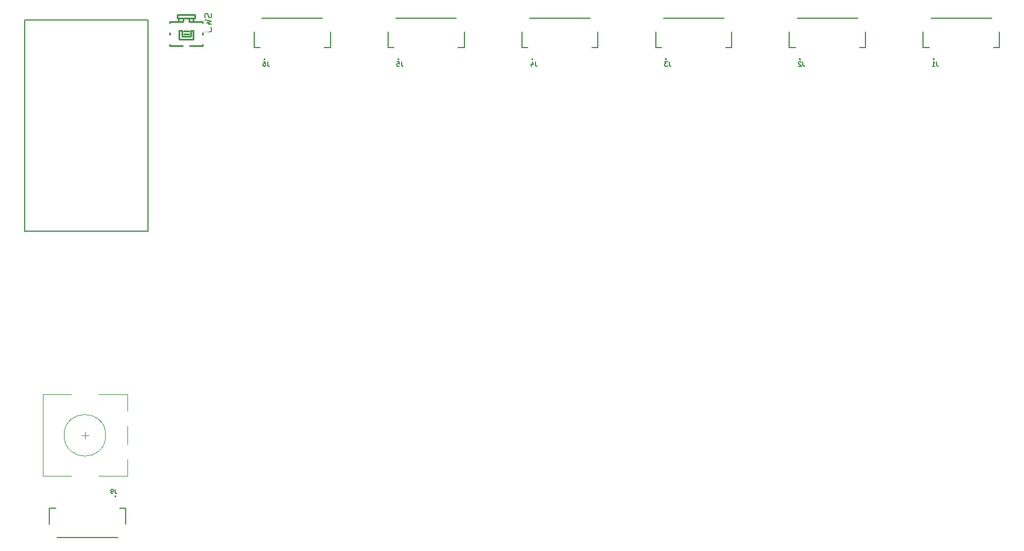
<source format=gbo>
G04 #@! TF.GenerationSoftware,KiCad,Pcbnew,7.0.8*
G04 #@! TF.CreationDate,2023-10-16T23:51:03-07:00*
G04 #@! TF.ProjectId,Seismos_CoreR,53656973-6d6f-4735-9f43-6f7265522e6b,rev?*
G04 #@! TF.SameCoordinates,Original*
G04 #@! TF.FileFunction,Legend,Bot*
G04 #@! TF.FilePolarity,Positive*
%FSLAX46Y46*%
G04 Gerber Fmt 4.6, Leading zero omitted, Abs format (unit mm)*
G04 Created by KiCad (PCBNEW 7.0.8) date 2023-10-16 23:51:03*
%MOMM*%
%LPD*%
G01*
G04 APERTURE LIST*
G04 Aperture macros list*
%AMFreePoly0*
4,1,6,0.600000,0.200000,0.000000,-0.400000,-0.600000,0.200000,-0.600000,0.400000,0.600000,0.400000,0.600000,0.200000,0.600000,0.200000,$1*%
%AMFreePoly1*
4,1,6,0.600000,-0.250000,-0.600000,-0.250000,-0.600000,1.000000,0.000000,0.400000,0.600000,1.000000,0.600000,-0.250000,0.600000,-0.250000,$1*%
G04 Aperture macros list end*
%ADD10C,0.150000*%
%ADD11C,0.120000*%
%ADD12C,0.127000*%
%ADD13C,0.200000*%
%ADD14C,0.254000*%
%ADD15C,0.250000*%
%ADD16C,0.100000*%
%ADD17C,3.200000*%
%ADD18C,2.000000*%
%ADD19R,3.200000X2.000000*%
%ADD20C,1.200000*%
%ADD21O,2.500000X1.700000*%
%ADD22R,1.700000X1.700000*%
%ADD23O,1.700000X1.700000*%
%ADD24C,0.900000*%
%ADD25C,1.400000*%
%ADD26C,1.600000*%
%ADD27R,1.600000X1.600000*%
%ADD28FreePoly0,270.000000*%
%ADD29FreePoly0,90.000000*%
%ADD30FreePoly1,90.000000*%
%ADD31FreePoly1,270.000000*%
%ADD32R,0.600000X1.550000*%
%ADD33R,1.200000X1.800000*%
%ADD34R,1.550000X1.000000*%
G04 APERTURE END LIST*
D10*
X67445332Y-27054676D02*
X67445332Y-27511819D01*
X67445332Y-27511819D02*
X67475809Y-27603247D01*
X67475809Y-27603247D02*
X67536761Y-27664200D01*
X67536761Y-27664200D02*
X67628190Y-27694676D01*
X67628190Y-27694676D02*
X67689142Y-27694676D01*
X66866285Y-27054676D02*
X66988190Y-27054676D01*
X66988190Y-27054676D02*
X67049142Y-27085152D01*
X67049142Y-27085152D02*
X67079618Y-27115628D01*
X67079618Y-27115628D02*
X67140571Y-27207057D01*
X67140571Y-27207057D02*
X67171047Y-27328961D01*
X67171047Y-27328961D02*
X67171047Y-27572771D01*
X67171047Y-27572771D02*
X67140571Y-27633723D01*
X67140571Y-27633723D02*
X67110094Y-27664200D01*
X67110094Y-27664200D02*
X67049142Y-27694676D01*
X67049142Y-27694676D02*
X66927237Y-27694676D01*
X66927237Y-27694676D02*
X66866285Y-27664200D01*
X66866285Y-27664200D02*
X66835809Y-27633723D01*
X66835809Y-27633723D02*
X66805332Y-27572771D01*
X66805332Y-27572771D02*
X66805332Y-27420390D01*
X66805332Y-27420390D02*
X66835809Y-27359438D01*
X66835809Y-27359438D02*
X66866285Y-27328961D01*
X66866285Y-27328961D02*
X66927237Y-27298485D01*
X66927237Y-27298485D02*
X67049142Y-27298485D01*
X67049142Y-27298485D02*
X67110094Y-27328961D01*
X67110094Y-27328961D02*
X67140571Y-27359438D01*
X67140571Y-27359438D02*
X67171047Y-27420390D01*
X86745332Y-27054676D02*
X86745332Y-27511819D01*
X86745332Y-27511819D02*
X86775809Y-27603247D01*
X86775809Y-27603247D02*
X86836761Y-27664200D01*
X86836761Y-27664200D02*
X86928190Y-27694676D01*
X86928190Y-27694676D02*
X86989142Y-27694676D01*
X86135809Y-27054676D02*
X86440571Y-27054676D01*
X86440571Y-27054676D02*
X86471047Y-27359438D01*
X86471047Y-27359438D02*
X86440571Y-27328961D01*
X86440571Y-27328961D02*
X86379618Y-27298485D01*
X86379618Y-27298485D02*
X86227237Y-27298485D01*
X86227237Y-27298485D02*
X86166285Y-27328961D01*
X86166285Y-27328961D02*
X86135809Y-27359438D01*
X86135809Y-27359438D02*
X86105332Y-27420390D01*
X86105332Y-27420390D02*
X86105332Y-27572771D01*
X86105332Y-27572771D02*
X86135809Y-27633723D01*
X86135809Y-27633723D02*
X86166285Y-27664200D01*
X86166285Y-27664200D02*
X86227237Y-27694676D01*
X86227237Y-27694676D02*
X86379618Y-27694676D01*
X86379618Y-27694676D02*
X86440571Y-27664200D01*
X86440571Y-27664200D02*
X86471047Y-27633723D01*
X59326700Y-20093673D02*
X59374319Y-20236530D01*
X59374319Y-20236530D02*
X59374319Y-20474625D01*
X59374319Y-20474625D02*
X59326700Y-20569863D01*
X59326700Y-20569863D02*
X59279080Y-20617482D01*
X59279080Y-20617482D02*
X59183842Y-20665101D01*
X59183842Y-20665101D02*
X59088604Y-20665101D01*
X59088604Y-20665101D02*
X58993366Y-20617482D01*
X58993366Y-20617482D02*
X58945747Y-20569863D01*
X58945747Y-20569863D02*
X58898128Y-20474625D01*
X58898128Y-20474625D02*
X58850509Y-20284149D01*
X58850509Y-20284149D02*
X58802890Y-20188911D01*
X58802890Y-20188911D02*
X58755271Y-20141292D01*
X58755271Y-20141292D02*
X58660033Y-20093673D01*
X58660033Y-20093673D02*
X58564795Y-20093673D01*
X58564795Y-20093673D02*
X58469557Y-20141292D01*
X58469557Y-20141292D02*
X58421938Y-20188911D01*
X58421938Y-20188911D02*
X58374319Y-20284149D01*
X58374319Y-20284149D02*
X58374319Y-20522244D01*
X58374319Y-20522244D02*
X58421938Y-20665101D01*
X58374319Y-20998435D02*
X59374319Y-21236530D01*
X59374319Y-21236530D02*
X58660033Y-21427006D01*
X58660033Y-21427006D02*
X59374319Y-21617482D01*
X59374319Y-21617482D02*
X58374319Y-21855578D01*
X58374319Y-22141292D02*
X58374319Y-22760339D01*
X58374319Y-22760339D02*
X58755271Y-22427006D01*
X58755271Y-22427006D02*
X58755271Y-22569863D01*
X58755271Y-22569863D02*
X58802890Y-22665101D01*
X58802890Y-22665101D02*
X58850509Y-22712720D01*
X58850509Y-22712720D02*
X58945747Y-22760339D01*
X58945747Y-22760339D02*
X59183842Y-22760339D01*
X59183842Y-22760339D02*
X59279080Y-22712720D01*
X59279080Y-22712720D02*
X59326700Y-22665101D01*
X59326700Y-22665101D02*
X59374319Y-22569863D01*
X59374319Y-22569863D02*
X59374319Y-22284149D01*
X59374319Y-22284149D02*
X59326700Y-22188911D01*
X59326700Y-22188911D02*
X59279080Y-22141292D01*
X45481332Y-88741876D02*
X45481332Y-89199019D01*
X45481332Y-89199019D02*
X45511809Y-89290447D01*
X45511809Y-89290447D02*
X45572761Y-89351400D01*
X45572761Y-89351400D02*
X45664190Y-89381876D01*
X45664190Y-89381876D02*
X45725142Y-89381876D01*
X45146094Y-89381876D02*
X45024190Y-89381876D01*
X45024190Y-89381876D02*
X44963237Y-89351400D01*
X44963237Y-89351400D02*
X44932761Y-89320923D01*
X44932761Y-89320923D02*
X44871809Y-89229495D01*
X44871809Y-89229495D02*
X44841332Y-89107590D01*
X44841332Y-89107590D02*
X44841332Y-88863780D01*
X44841332Y-88863780D02*
X44871809Y-88802828D01*
X44871809Y-88802828D02*
X44902285Y-88772352D01*
X44902285Y-88772352D02*
X44963237Y-88741876D01*
X44963237Y-88741876D02*
X45085142Y-88741876D01*
X45085142Y-88741876D02*
X45146094Y-88772352D01*
X45146094Y-88772352D02*
X45176571Y-88802828D01*
X45176571Y-88802828D02*
X45207047Y-88863780D01*
X45207047Y-88863780D02*
X45207047Y-89016161D01*
X45207047Y-89016161D02*
X45176571Y-89077114D01*
X45176571Y-89077114D02*
X45146094Y-89107590D01*
X45146094Y-89107590D02*
X45085142Y-89138066D01*
X45085142Y-89138066D02*
X44963237Y-89138066D01*
X44963237Y-89138066D02*
X44902285Y-89107590D01*
X44902285Y-89107590D02*
X44871809Y-89077114D01*
X44871809Y-89077114D02*
X44841332Y-89016161D01*
X163945332Y-27054676D02*
X163945332Y-27511819D01*
X163945332Y-27511819D02*
X163975809Y-27603247D01*
X163975809Y-27603247D02*
X164036761Y-27664200D01*
X164036761Y-27664200D02*
X164128190Y-27694676D01*
X164128190Y-27694676D02*
X164189142Y-27694676D01*
X163305332Y-27694676D02*
X163671047Y-27694676D01*
X163488190Y-27694676D02*
X163488190Y-27054676D01*
X163488190Y-27054676D02*
X163549142Y-27146104D01*
X163549142Y-27146104D02*
X163610094Y-27207057D01*
X163610094Y-27207057D02*
X163671047Y-27237533D01*
X125345332Y-27054676D02*
X125345332Y-27511819D01*
X125345332Y-27511819D02*
X125375809Y-27603247D01*
X125375809Y-27603247D02*
X125436761Y-27664200D01*
X125436761Y-27664200D02*
X125528190Y-27694676D01*
X125528190Y-27694676D02*
X125589142Y-27694676D01*
X125101523Y-27054676D02*
X124705332Y-27054676D01*
X124705332Y-27054676D02*
X124918666Y-27298485D01*
X124918666Y-27298485D02*
X124827237Y-27298485D01*
X124827237Y-27298485D02*
X124766285Y-27328961D01*
X124766285Y-27328961D02*
X124735809Y-27359438D01*
X124735809Y-27359438D02*
X124705332Y-27420390D01*
X124705332Y-27420390D02*
X124705332Y-27572771D01*
X124705332Y-27572771D02*
X124735809Y-27633723D01*
X124735809Y-27633723D02*
X124766285Y-27664200D01*
X124766285Y-27664200D02*
X124827237Y-27694676D01*
X124827237Y-27694676D02*
X125010094Y-27694676D01*
X125010094Y-27694676D02*
X125071047Y-27664200D01*
X125071047Y-27664200D02*
X125101523Y-27633723D01*
X106045332Y-27054676D02*
X106045332Y-27511819D01*
X106045332Y-27511819D02*
X106075809Y-27603247D01*
X106075809Y-27603247D02*
X106136761Y-27664200D01*
X106136761Y-27664200D02*
X106228190Y-27694676D01*
X106228190Y-27694676D02*
X106289142Y-27694676D01*
X105466285Y-27268009D02*
X105466285Y-27694676D01*
X105618666Y-27024200D02*
X105771047Y-27481342D01*
X105771047Y-27481342D02*
X105374856Y-27481342D01*
X144645332Y-27054676D02*
X144645332Y-27511819D01*
X144645332Y-27511819D02*
X144675809Y-27603247D01*
X144675809Y-27603247D02*
X144736761Y-27664200D01*
X144736761Y-27664200D02*
X144828190Y-27694676D01*
X144828190Y-27694676D02*
X144889142Y-27694676D01*
X144371047Y-27115628D02*
X144340571Y-27085152D01*
X144340571Y-27085152D02*
X144279618Y-27054676D01*
X144279618Y-27054676D02*
X144127237Y-27054676D01*
X144127237Y-27054676D02*
X144066285Y-27085152D01*
X144066285Y-27085152D02*
X144035809Y-27115628D01*
X144035809Y-27115628D02*
X144005332Y-27176580D01*
X144005332Y-27176580D02*
X144005332Y-27237533D01*
X144005332Y-27237533D02*
X144035809Y-27328961D01*
X144035809Y-27328961D02*
X144401523Y-27694676D01*
X144401523Y-27694676D02*
X144005332Y-27694676D01*
D11*
X35010000Y-75060000D02*
X35010000Y-86860000D01*
X39110000Y-75060000D02*
X35010000Y-75060000D01*
X39110000Y-86860000D02*
X35010000Y-86860000D01*
X40610000Y-80960000D02*
X41610000Y-80960000D01*
X41110000Y-80460000D02*
X41110000Y-81460000D01*
X43110000Y-75060000D02*
X47210000Y-75060000D01*
X47210000Y-75060000D02*
X47210000Y-77460000D01*
X47210000Y-79660000D02*
X47210000Y-82260000D01*
X47210000Y-84460000D02*
X47210000Y-86860000D01*
X47210000Y-86860000D02*
X43110000Y-86860000D01*
X44110000Y-80960000D02*
G75*
G03*
X44110000Y-80960000I-3000000J0D01*
G01*
D10*
X50240000Y-21016000D02*
X50240000Y-51496000D01*
X32460000Y-21016000D02*
X50240000Y-21016000D01*
X32460000Y-21016000D02*
X32460000Y-51496000D01*
X50240000Y-51496000D02*
X32460000Y-51496000D01*
D12*
X65500000Y-25050000D02*
X65500000Y-22720000D01*
X66380000Y-25050000D02*
X65500000Y-25050000D01*
X66610000Y-20800000D02*
X75390000Y-20800000D01*
X75620000Y-25050000D02*
X76500000Y-25050000D01*
X76500000Y-25050000D02*
X76500000Y-22720000D01*
D13*
X67100000Y-26700000D02*
G75*
G03*
X67100000Y-26700000I-100000J0D01*
G01*
D12*
X84800000Y-25050000D02*
X84800000Y-22720000D01*
X85680000Y-25050000D02*
X84800000Y-25050000D01*
X85910000Y-20800000D02*
X94690000Y-20800000D01*
X94920000Y-25050000D02*
X95800000Y-25050000D01*
X95800000Y-25050000D02*
X95800000Y-22720000D01*
D13*
X86400000Y-26700000D02*
G75*
G03*
X86400000Y-26700000I-100000J0D01*
G01*
D14*
X53362500Y-24799500D02*
X53362500Y-24630500D01*
X55173500Y-24799500D02*
X53426500Y-24799500D01*
X58062500Y-24799500D02*
X56251500Y-24799500D01*
X58062500Y-24630500D02*
X58062500Y-24799500D01*
X54696500Y-23811500D02*
X56728500Y-23811500D01*
X56728500Y-23811500D02*
X56728500Y-22541500D01*
X55077500Y-23430500D02*
X56347500Y-23430500D01*
X56347500Y-23430500D02*
X56347500Y-22541500D01*
X53362500Y-23168500D02*
X53362500Y-22930500D01*
X55331500Y-23049500D02*
X56093500Y-23049500D01*
X58062500Y-22930500D02*
X58062500Y-23168500D01*
X55331500Y-22668500D02*
X56093500Y-22668500D01*
X54696500Y-22541500D02*
X54696500Y-23811500D01*
X54696500Y-22541500D02*
X55077500Y-22541500D01*
X55077500Y-22541500D02*
X55077500Y-23430500D01*
X56347500Y-22541500D02*
X56728500Y-22541500D01*
X53362500Y-21468500D02*
X53362500Y-21299500D01*
X55173500Y-21299500D02*
X53362500Y-21299500D01*
X58062500Y-21299500D02*
X58062500Y-21468500D01*
X58062500Y-21299500D02*
X56251500Y-21299500D01*
X54412500Y-20763500D02*
X57012500Y-20763500D01*
X54621500Y-20763500D02*
X54621500Y-21299500D01*
X55283500Y-20763500D02*
X55283500Y-21299500D01*
X56138500Y-20763500D02*
X56138500Y-21299500D01*
X56706500Y-20763500D02*
X56706500Y-21299500D01*
X54412500Y-20299500D02*
X54412500Y-20763500D01*
X54412500Y-20299500D02*
X57012500Y-20299500D01*
X57012500Y-20299500D02*
X57012500Y-20763500D01*
D12*
X47000000Y-91450000D02*
X47000000Y-93780000D01*
X46120000Y-91450000D02*
X47000000Y-91450000D01*
X45890000Y-95700000D02*
X37110000Y-95700000D01*
X36880000Y-91450000D02*
X36000000Y-91450000D01*
X36000000Y-91450000D02*
X36000000Y-93780000D01*
D13*
X45600000Y-89800000D02*
G75*
G03*
X45600000Y-89800000I-100000J0D01*
G01*
D12*
X162000000Y-25050000D02*
X162000000Y-22720000D01*
X162880000Y-25050000D02*
X162000000Y-25050000D01*
X163110000Y-20800000D02*
X171890000Y-20800000D01*
X172120000Y-25050000D02*
X173000000Y-25050000D01*
X173000000Y-25050000D02*
X173000000Y-22720000D01*
D13*
X163600000Y-26700000D02*
G75*
G03*
X163600000Y-26700000I-100000J0D01*
G01*
D12*
X123400000Y-25050000D02*
X123400000Y-22720000D01*
X124280000Y-25050000D02*
X123400000Y-25050000D01*
X124510000Y-20800000D02*
X133290000Y-20800000D01*
X133520000Y-25050000D02*
X134400000Y-25050000D01*
X134400000Y-25050000D02*
X134400000Y-22720000D01*
D13*
X125000000Y-26700000D02*
G75*
G03*
X125000000Y-26700000I-100000J0D01*
G01*
D12*
X104100000Y-25050000D02*
X104100000Y-22720000D01*
X104980000Y-25050000D02*
X104100000Y-25050000D01*
X105210000Y-20800000D02*
X113990000Y-20800000D01*
X114220000Y-25050000D02*
X115100000Y-25050000D01*
X115100000Y-25050000D02*
X115100000Y-22720000D01*
D13*
X105700000Y-26700000D02*
G75*
G03*
X105700000Y-26700000I-100000J0D01*
G01*
D12*
X142700000Y-25050000D02*
X142700000Y-22720000D01*
X143580000Y-25050000D02*
X142700000Y-25050000D01*
X143810000Y-20800000D02*
X152590000Y-20800000D01*
X152820000Y-25050000D02*
X153700000Y-25050000D01*
X153700000Y-25050000D02*
X153700000Y-22720000D01*
D13*
X144300000Y-26700000D02*
G75*
G03*
X144300000Y-26700000I-100000J0D01*
G01*
%LPC*%
D15*
X42237000Y-22286000D02*
G75*
G03*
X42237000Y-22286000I-125000J0D01*
G01*
X40713000Y-22286000D02*
G75*
G03*
X40713000Y-22286000I-125000J0D01*
G01*
X42237000Y-24826000D02*
G75*
G03*
X42237000Y-24826000I-125000J0D01*
G01*
X40713000Y-24826000D02*
G75*
G03*
X40713000Y-24826000I-125000J0D01*
G01*
X42237000Y-27366000D02*
G75*
G03*
X42237000Y-27366000I-125000J0D01*
G01*
X40713000Y-27366000D02*
G75*
G03*
X40713000Y-27366000I-125000J0D01*
G01*
X42237000Y-29906000D02*
G75*
G03*
X42237000Y-29906000I-125000J0D01*
G01*
X40713000Y-29906000D02*
G75*
G03*
X40713000Y-29906000I-125000J0D01*
G01*
X42237000Y-32446000D02*
G75*
G03*
X42237000Y-32446000I-125000J0D01*
G01*
X40713000Y-32446000D02*
G75*
G03*
X40713000Y-32446000I-125000J0D01*
G01*
X42237000Y-34986000D02*
G75*
G03*
X42237000Y-34986000I-125000J0D01*
G01*
X40713000Y-34986000D02*
G75*
G03*
X40713000Y-34986000I-125000J0D01*
G01*
X42237000Y-37526000D02*
G75*
G03*
X42237000Y-37526000I-125000J0D01*
G01*
X40713000Y-37526000D02*
G75*
G03*
X40713000Y-37526000I-125000J0D01*
G01*
X42237000Y-40066000D02*
G75*
G03*
X42237000Y-40066000I-125000J0D01*
G01*
X40713000Y-40066000D02*
G75*
G03*
X40713000Y-40066000I-125000J0D01*
G01*
X42237000Y-42606000D02*
G75*
G03*
X42237000Y-42606000I-125000J0D01*
G01*
X40713000Y-42606000D02*
G75*
G03*
X40713000Y-42606000I-125000J0D01*
G01*
X42237000Y-45146000D02*
G75*
G03*
X42237000Y-45146000I-125000J0D01*
G01*
X40713000Y-45146000D02*
G75*
G03*
X40713000Y-45146000I-125000J0D01*
G01*
X42237000Y-47686000D02*
G75*
G03*
X42237000Y-47686000I-125000J0D01*
G01*
X40713000Y-47686000D02*
G75*
G03*
X40713000Y-47686000I-125000J0D01*
G01*
X42237000Y-50226000D02*
G75*
G03*
X42237000Y-50226000I-125000J0D01*
G01*
X40713000Y-50226000D02*
G75*
G03*
X40713000Y-50226000I-125000J0D01*
G01*
D16*
X36270000Y-22794000D02*
X35254000Y-22794000D01*
X35254000Y-21778000D01*
X36270000Y-21778000D01*
X36270000Y-22794000D01*
G36*
X36270000Y-22794000D02*
G01*
X35254000Y-22794000D01*
X35254000Y-21778000D01*
X36270000Y-21778000D01*
X36270000Y-22794000D01*
G37*
X47446000Y-22794000D02*
X46430000Y-22794000D01*
X46430000Y-21778000D01*
X47446000Y-21778000D01*
X47446000Y-22794000D01*
G36*
X47446000Y-22794000D02*
G01*
X46430000Y-22794000D01*
X46430000Y-21778000D01*
X47446000Y-21778000D01*
X47446000Y-22794000D01*
G37*
X36270000Y-25334000D02*
X35254000Y-25334000D01*
X35254000Y-24318000D01*
X36270000Y-24318000D01*
X36270000Y-25334000D01*
G36*
X36270000Y-25334000D02*
G01*
X35254000Y-25334000D01*
X35254000Y-24318000D01*
X36270000Y-24318000D01*
X36270000Y-25334000D01*
G37*
X47446000Y-25334000D02*
X46430000Y-25334000D01*
X46430000Y-24318000D01*
X47446000Y-24318000D01*
X47446000Y-25334000D01*
G36*
X47446000Y-25334000D02*
G01*
X46430000Y-25334000D01*
X46430000Y-24318000D01*
X47446000Y-24318000D01*
X47446000Y-25334000D01*
G37*
X36270000Y-27874000D02*
X35254000Y-27874000D01*
X35254000Y-26858000D01*
X36270000Y-26858000D01*
X36270000Y-27874000D01*
G36*
X36270000Y-27874000D02*
G01*
X35254000Y-27874000D01*
X35254000Y-26858000D01*
X36270000Y-26858000D01*
X36270000Y-27874000D01*
G37*
X47446000Y-27874000D02*
X46430000Y-27874000D01*
X46430000Y-26858000D01*
X47446000Y-26858000D01*
X47446000Y-27874000D01*
G36*
X47446000Y-27874000D02*
G01*
X46430000Y-27874000D01*
X46430000Y-26858000D01*
X47446000Y-26858000D01*
X47446000Y-27874000D01*
G37*
X36270000Y-30414000D02*
X35254000Y-30414000D01*
X35254000Y-29398000D01*
X36270000Y-29398000D01*
X36270000Y-30414000D01*
G36*
X36270000Y-30414000D02*
G01*
X35254000Y-30414000D01*
X35254000Y-29398000D01*
X36270000Y-29398000D01*
X36270000Y-30414000D01*
G37*
X47446000Y-30414000D02*
X46430000Y-30414000D01*
X46430000Y-29398000D01*
X47446000Y-29398000D01*
X47446000Y-30414000D01*
G36*
X47446000Y-30414000D02*
G01*
X46430000Y-30414000D01*
X46430000Y-29398000D01*
X47446000Y-29398000D01*
X47446000Y-30414000D01*
G37*
X36270000Y-32954000D02*
X35254000Y-32954000D01*
X35254000Y-31938000D01*
X36270000Y-31938000D01*
X36270000Y-32954000D01*
G36*
X36270000Y-32954000D02*
G01*
X35254000Y-32954000D01*
X35254000Y-31938000D01*
X36270000Y-31938000D01*
X36270000Y-32954000D01*
G37*
X47446000Y-32954000D02*
X46430000Y-32954000D01*
X46430000Y-31938000D01*
X47446000Y-31938000D01*
X47446000Y-32954000D01*
G36*
X47446000Y-32954000D02*
G01*
X46430000Y-32954000D01*
X46430000Y-31938000D01*
X47446000Y-31938000D01*
X47446000Y-32954000D01*
G37*
X36270000Y-35494000D02*
X35254000Y-35494000D01*
X35254000Y-34478000D01*
X36270000Y-34478000D01*
X36270000Y-35494000D01*
G36*
X36270000Y-35494000D02*
G01*
X35254000Y-35494000D01*
X35254000Y-34478000D01*
X36270000Y-34478000D01*
X36270000Y-35494000D01*
G37*
X47446000Y-35494000D02*
X46430000Y-35494000D01*
X46430000Y-34478000D01*
X47446000Y-34478000D01*
X47446000Y-35494000D01*
G36*
X47446000Y-35494000D02*
G01*
X46430000Y-35494000D01*
X46430000Y-34478000D01*
X47446000Y-34478000D01*
X47446000Y-35494000D01*
G37*
X36270000Y-38034000D02*
X35254000Y-38034000D01*
X35254000Y-37018000D01*
X36270000Y-37018000D01*
X36270000Y-38034000D01*
G36*
X36270000Y-38034000D02*
G01*
X35254000Y-38034000D01*
X35254000Y-37018000D01*
X36270000Y-37018000D01*
X36270000Y-38034000D01*
G37*
X47446000Y-38034000D02*
X46430000Y-38034000D01*
X46430000Y-37018000D01*
X47446000Y-37018000D01*
X47446000Y-38034000D01*
G36*
X47446000Y-38034000D02*
G01*
X46430000Y-38034000D01*
X46430000Y-37018000D01*
X47446000Y-37018000D01*
X47446000Y-38034000D01*
G37*
X36270000Y-40574000D02*
X35254000Y-40574000D01*
X35254000Y-39558000D01*
X36270000Y-39558000D01*
X36270000Y-40574000D01*
G36*
X36270000Y-40574000D02*
G01*
X35254000Y-40574000D01*
X35254000Y-39558000D01*
X36270000Y-39558000D01*
X36270000Y-40574000D01*
G37*
X47446000Y-40574000D02*
X46430000Y-40574000D01*
X46430000Y-39558000D01*
X47446000Y-39558000D01*
X47446000Y-40574000D01*
G36*
X47446000Y-40574000D02*
G01*
X46430000Y-40574000D01*
X46430000Y-39558000D01*
X47446000Y-39558000D01*
X47446000Y-40574000D01*
G37*
X36270000Y-43114000D02*
X35254000Y-43114000D01*
X35254000Y-42098000D01*
X36270000Y-42098000D01*
X36270000Y-43114000D01*
G36*
X36270000Y-43114000D02*
G01*
X35254000Y-43114000D01*
X35254000Y-42098000D01*
X36270000Y-42098000D01*
X36270000Y-43114000D01*
G37*
X47446000Y-43114000D02*
X46430000Y-43114000D01*
X46430000Y-42098000D01*
X47446000Y-42098000D01*
X47446000Y-43114000D01*
G36*
X47446000Y-43114000D02*
G01*
X46430000Y-43114000D01*
X46430000Y-42098000D01*
X47446000Y-42098000D01*
X47446000Y-43114000D01*
G37*
X36270000Y-45654000D02*
X35254000Y-45654000D01*
X35254000Y-44638000D01*
X36270000Y-44638000D01*
X36270000Y-45654000D01*
G36*
X36270000Y-45654000D02*
G01*
X35254000Y-45654000D01*
X35254000Y-44638000D01*
X36270000Y-44638000D01*
X36270000Y-45654000D01*
G37*
X47446000Y-45654000D02*
X46430000Y-45654000D01*
X46430000Y-44638000D01*
X47446000Y-44638000D01*
X47446000Y-45654000D01*
G36*
X47446000Y-45654000D02*
G01*
X46430000Y-45654000D01*
X46430000Y-44638000D01*
X47446000Y-44638000D01*
X47446000Y-45654000D01*
G37*
X36270000Y-48194000D02*
X35254000Y-48194000D01*
X35254000Y-47178000D01*
X36270000Y-47178000D01*
X36270000Y-48194000D01*
G36*
X36270000Y-48194000D02*
G01*
X35254000Y-48194000D01*
X35254000Y-47178000D01*
X36270000Y-47178000D01*
X36270000Y-48194000D01*
G37*
X47446000Y-48194000D02*
X46430000Y-48194000D01*
X46430000Y-47178000D01*
X47446000Y-47178000D01*
X47446000Y-48194000D01*
G36*
X47446000Y-48194000D02*
G01*
X46430000Y-48194000D01*
X46430000Y-47178000D01*
X47446000Y-47178000D01*
X47446000Y-48194000D01*
G37*
X36270000Y-50734000D02*
X35254000Y-50734000D01*
X35254000Y-49718000D01*
X36270000Y-49718000D01*
X36270000Y-50734000D01*
G36*
X36270000Y-50734000D02*
G01*
X35254000Y-50734000D01*
X35254000Y-49718000D01*
X36270000Y-49718000D01*
X36270000Y-50734000D01*
G37*
X47446000Y-50734000D02*
X46430000Y-50734000D01*
X46430000Y-49718000D01*
X47446000Y-49718000D01*
X47446000Y-50734000D01*
G36*
X47446000Y-50734000D02*
G01*
X46430000Y-50734000D01*
X46430000Y-49718000D01*
X47446000Y-49718000D01*
X47446000Y-50734000D01*
G37*
D17*
X51000000Y-64750000D03*
D18*
X33610000Y-78460000D03*
X33610000Y-83460000D03*
X33610000Y-80960000D03*
D19*
X41110000Y-75360000D03*
X41110000Y-86560000D03*
D18*
X48110000Y-83460000D03*
X48110000Y-78460000D03*
D20*
X33670000Y-70775000D03*
X40670000Y-70775000D03*
X33670000Y-69025000D03*
X40670000Y-69025000D03*
D21*
X42470000Y-66925000D03*
X38470000Y-66925000D03*
X35470000Y-66925000D03*
X43470000Y-71125000D03*
D22*
X36284000Y-53766000D03*
D23*
X38824000Y-53766000D03*
X41364000Y-53766000D03*
X43904000Y-53766000D03*
X46444000Y-53766000D03*
D24*
X32200000Y-58632000D03*
X32200000Y-61632000D03*
D25*
X38949500Y-60632000D03*
X38949500Y-58632000D03*
D17*
X80800000Y-25000000D03*
D26*
X48970000Y-22286000D03*
D27*
X48970000Y-22286000D03*
D28*
X47192000Y-22286000D03*
D29*
X35508000Y-22286000D03*
D26*
X33730000Y-22286000D03*
X48970000Y-24826000D03*
D28*
X47192000Y-24826000D03*
D29*
X35508000Y-24826000D03*
D26*
X33730000Y-24826000D03*
X48970000Y-27366000D03*
D28*
X47192000Y-27366000D03*
D29*
X35508000Y-27366000D03*
D26*
X33730000Y-27366000D03*
X48970000Y-29906000D03*
D28*
X47192000Y-29906000D03*
D29*
X35508000Y-29906000D03*
D26*
X33730000Y-29906000D03*
X48970000Y-32446000D03*
D28*
X47192000Y-32446000D03*
D29*
X35508000Y-32446000D03*
D26*
X33730000Y-32446000D03*
X48970000Y-34986000D03*
D28*
X47192000Y-34986000D03*
D29*
X35508000Y-34986000D03*
D26*
X33730000Y-34986000D03*
X48970000Y-37526000D03*
D28*
X47192000Y-37526000D03*
D29*
X35508000Y-37526000D03*
D26*
X33730000Y-37526000D03*
X48970000Y-40066000D03*
D28*
X47192000Y-40066000D03*
D29*
X35508000Y-40066000D03*
D26*
X33730000Y-40066000D03*
X48970000Y-42606000D03*
D28*
X47192000Y-42606000D03*
D29*
X35508000Y-42606000D03*
D26*
X33730000Y-42606000D03*
X48970000Y-45146000D03*
D28*
X47192000Y-45146000D03*
D29*
X35508000Y-45146000D03*
D26*
X33730000Y-45146000D03*
X48970000Y-47686000D03*
D28*
X47192000Y-47686000D03*
D29*
X35508000Y-47686000D03*
D26*
X33730000Y-47686000D03*
X48970000Y-50226000D03*
D28*
X47192000Y-50226000D03*
D29*
X35508000Y-50226000D03*
D26*
X33730000Y-50226000D03*
D30*
X36524000Y-22286000D03*
X36524000Y-24826000D03*
X36524000Y-27366000D03*
X36524000Y-29906000D03*
X36524000Y-32446000D03*
X36524000Y-34986000D03*
X36524000Y-37526000D03*
X36524000Y-40066000D03*
X36524000Y-42606000D03*
X36524000Y-45146000D03*
X36524000Y-47686000D03*
X36524000Y-50226000D03*
D31*
X46176000Y-50226000D03*
X46176000Y-47686000D03*
X46176000Y-45146000D03*
X46176000Y-42606000D03*
X46176000Y-40066000D03*
X46176000Y-37526000D03*
X46176000Y-34986000D03*
X46176000Y-32446000D03*
X46176000Y-29906000D03*
X46176000Y-27366000D03*
X46176000Y-24826000D03*
X46176000Y-22286000D03*
D17*
X158000000Y-25000000D03*
X52500000Y-92500000D03*
X119400000Y-25000000D03*
D32*
X67000000Y-25375000D03*
X68000000Y-25375000D03*
X69000000Y-25375000D03*
X70000000Y-25375000D03*
X71000000Y-25375000D03*
X72000000Y-25375000D03*
X73000000Y-25375000D03*
X74000000Y-25375000D03*
X75000000Y-25375000D03*
D33*
X65700000Y-21500000D03*
X76300000Y-21500000D03*
D32*
X86300000Y-25375000D03*
X87300000Y-25375000D03*
X88300000Y-25375000D03*
X89300000Y-25375000D03*
X90300000Y-25375000D03*
X91300000Y-25375000D03*
X92300000Y-25375000D03*
X93300000Y-25375000D03*
X94300000Y-25375000D03*
D33*
X85000000Y-21500000D03*
X95600000Y-21500000D03*
D24*
X55712500Y-24449500D03*
X55712500Y-21649500D03*
D34*
X58312500Y-23899500D03*
X58312500Y-22199500D03*
X53112500Y-23899500D03*
X53112500Y-22199500D03*
D32*
X45500000Y-91125000D03*
X44500000Y-91125000D03*
X43500000Y-91125000D03*
X42500000Y-91125000D03*
X41500000Y-91125000D03*
X40500000Y-91125000D03*
X39500000Y-91125000D03*
X38500000Y-91125000D03*
X37500000Y-91125000D03*
D33*
X46800000Y-95000000D03*
X36200000Y-95000000D03*
D32*
X163500000Y-25375000D03*
X164500000Y-25375000D03*
X165500000Y-25375000D03*
X166500000Y-25375000D03*
X167500000Y-25375000D03*
X168500000Y-25375000D03*
X169500000Y-25375000D03*
X170500000Y-25375000D03*
X171500000Y-25375000D03*
D33*
X162200000Y-21500000D03*
X172800000Y-21500000D03*
D32*
X124900000Y-25375000D03*
X125900000Y-25375000D03*
X126900000Y-25375000D03*
X127900000Y-25375000D03*
X128900000Y-25375000D03*
X129900000Y-25375000D03*
X130900000Y-25375000D03*
X131900000Y-25375000D03*
X132900000Y-25375000D03*
D33*
X123600000Y-21500000D03*
X134200000Y-21500000D03*
D32*
X105600000Y-25375000D03*
X106600000Y-25375000D03*
X107600000Y-25375000D03*
X108600000Y-25375000D03*
X109600000Y-25375000D03*
X110600000Y-25375000D03*
X111600000Y-25375000D03*
X112600000Y-25375000D03*
X113600000Y-25375000D03*
D33*
X104300000Y-21500000D03*
X114900000Y-21500000D03*
D32*
X144200000Y-25375000D03*
X145200000Y-25375000D03*
X146200000Y-25375000D03*
X147200000Y-25375000D03*
X148200000Y-25375000D03*
X149200000Y-25375000D03*
X150200000Y-25375000D03*
X151200000Y-25375000D03*
X152200000Y-25375000D03*
D33*
X142900000Y-21500000D03*
X153500000Y-21500000D03*
%LPD*%
M02*

</source>
